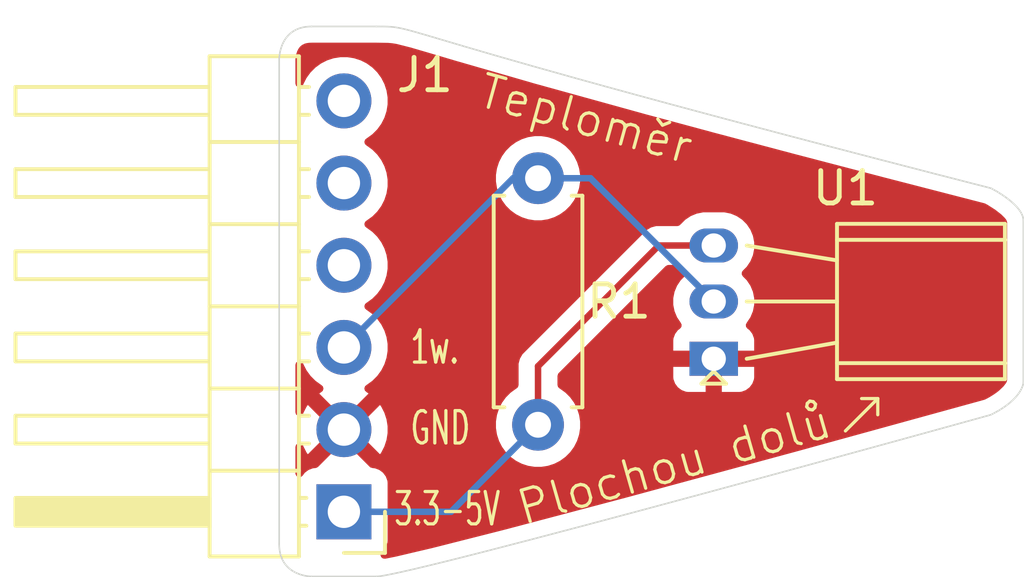
<source format=kicad_pcb>
(kicad_pcb (version 20241229) (generator "pcbnew") (generator_version "9.0")
  (layers (0 "F.Cu" signal) (2 "B.Cu" signal) (13 "F.Paste" user) (15 "B.Paste" user) (5 "F.SilkS" user "F.Silkscreen") (7 "B.SilkS" user "B.Silkscreen") (1 "F.Mask" user) (3 "B.Mask" user) (25 "Edge.Cuts" user))
  (net 0 "")
  (net 1 "VDD")
  (net 2 "GND")
  (net 3 "1wire")
  (footprint "Connector_PinHeader_2.54mm:PinHeader_1x06_P2.54mm_Horizontal" (layer "F.Cu") (at 140.5 116.5 180)
    (property "Reference" "J1" (at -2.5 13.5 180) (layer "F.SilkS"))
    (property "Value" "Conn_01x06_Pin")
    (fp_line (start 10.15 13.13) (end 4.15 13.13) (stroke (width 0.12)) (layer "F.SilkS"))
    (fp_line (start 10.15 12.27) (end 10.15 13.13) (stroke (width 0.12)) (layer "F.SilkS"))
    (fp_line (start 10.15 10.59) (end 4.15 10.59) (stroke (width 0.12)) (layer "F.SilkS"))
    (fp_line (start 10.15 9.73) (end 10.15 10.59) (stroke (width 0.12)) (layer "F.SilkS"))
    (fp_line (start 10.15 8.05) (end 4.15 8.05) (stroke (width 0.12)) (layer "F.SilkS"))
    (fp_line (start 10.15 7.19) (end 10.15 8.05) (stroke (width 0.12)) (layer "F.SilkS"))
    (fp_line (start 10.15 5.51) (end 4.15 5.51) (stroke (width 0.12)) (layer "F.SilkS"))
    (fp_line (start 10.15 4.65) (end 10.15 5.51) (stroke (width 0.12)) (layer "F.SilkS"))
    (fp_line (start 10.15 2.97) (end 4.15 2.97) (stroke (width 0.12)) (layer "F.SilkS"))
    (fp_line (start 10.15 2.11) (end 10.15 2.97) (stroke (width 0.12)) (layer "F.SilkS"))
    (fp_line (start 4.15 14.08) (end 4.15 -1.38) (stroke (width 0.12)) (layer "F.SilkS"))
    (fp_line (start 4.15 12.27) (end 10.15 12.27) (stroke (width 0.12)) (layer "F.SilkS"))
    (fp_line (start 4.15 9.73) (end 10.15 9.73) (stroke (width 0.12)) (layer "F.SilkS"))
    (fp_line (start 4.15 7.19) (end 10.15 7.19) (stroke (width 0.12)) (layer "F.SilkS"))
    (fp_line (start 4.15 4.65) (end 10.15 4.65) (stroke (width 0.12)) (layer "F.SilkS"))
    (fp_line (start 4.15 2.11) (end 10.15 2.11) (stroke (width 0.12)) (layer "F.SilkS"))
    (fp_line (start 4.15 -1.38) (end 1.39 -1.38) (stroke (width 0.12)) (layer "F.SilkS"))
    (fp_line (start 1.39 14.08) (end 4.15 14.08) (stroke (width 0.12)) (layer "F.SilkS"))
    (fp_line (start 1.39 11.43) (end 4.15 11.43) (stroke (width 0.12)) (layer "F.SilkS"))
    (fp_line (start 1.39 8.89) (end 4.15 8.89) (stroke (width 0.12)) (layer "F.SilkS"))
    (fp_line (start 1.39 6.35) (end 4.15 6.35) (stroke (width 0.12)) (layer "F.SilkS"))
    (fp_line (start 1.39 3.81) (end 4.15 3.81) (stroke (width 0.12)) (layer "F.SilkS"))
    (fp_line (start 1.39 1.27) (end 4.15 1.27) (stroke (width 0.12)) (layer "F.SilkS"))
    (fp_line (start 1.39 -1.38) (end 1.39 14.08) (stroke (width 0.12)) (layer "F.SilkS"))
    (fp_line (start 1.16 0.43) (end 1.39 0.43) (stroke (width 0.12)) (layer "F.SilkS"))
    (fp_line (start 1.16 -0.43) (end 1.39 -0.43) (stroke (width 0.12)) (layer "F.SilkS"))
    (fp_line (start 1.077358 13.13) (end 1.39 13.13) (stroke (width 0.12)) (layer "F.SilkS"))
    (fp_line (start 1.077358 12.27) (end 1.39 12.27) (stroke (width 0.12)) (layer "F.SilkS"))
    (fp_line (start 1.077358 10.59) (end 1.39 10.59) (stroke (width 0.12)) (layer "F.SilkS"))
    (fp_line (start 1.077358 9.73) (end 1.39 9.73) (stroke (width 0.12)) (layer "F.SilkS"))
    (fp_line (start 1.077358 8.05) (end 1.39 8.05) (stroke (width 0.12)) (layer "F.SilkS"))
    (fp_line (start 1.077358 7.19) (end 1.39 7.19) (stroke (width 0.12)) (layer "F.SilkS"))
    (fp_line (start 1.077358 5.51) (end 1.39 5.51) (stroke (width 0.12)) (layer "F.SilkS"))
    (fp_line (start 1.077358 4.65) (end 1.39 4.65) (stroke (width 0.12)) (layer "F.SilkS"))
    (fp_line (start 1.077358 2.97) (end 1.39 2.97) (stroke (width 0.12)) (layer "F.SilkS"))
    (fp_line (start 1.077358 2.11) (end 1.39 2.11) (stroke (width 0.12)) (layer "F.SilkS"))
    (fp_line (start -1.27 0) (end -1.27 -1.27) (stroke (width 0.12)) (layer "F.SilkS"))
    (fp_line (start -1.27 -1.27) (end 0 -1.27) (stroke (width 0.12)) (layer "F.SilkS"))
    (fp_rect (start 4.15 -0.43) (end 10.15 0.43) (stroke (width 0.12)) (fill yes) (layer "F.SilkS"))
    (pad "1" thru_hole rect (at 0 0 180) (size 1.7 1.7) (drill 1) (layers "*.Cu" "*.Mask") (net 1 "VDD"))
    (pad "2" thru_hole circle (at 0 2.54 180) (size 1.7 1.7) (drill 1) (layers "*.Cu" "*.Mask") (net 2 "GND"))
    (pad "3" thru_hole circle (at 0 5.08 180) (size 1.7 1.7) (drill 1) (layers "*.Cu" "*.Mask") (net 3 "1wire"))
    (pad "4" thru_hole circle (at 0 7.62 180) (size 1.7 1.7) (drill 1) (layers "*.Cu" "*.Mask"))
    (pad "5" thru_hole circle (at 0 10.16 180) (size 1.7 1.7) (drill 1) (layers "*.Cu" "*.Mask"))
    (pad "6" thru_hole circle (at 0 12.7 180) (size 1.7 1.7) (drill 1) (layers "*.Cu" "*.Mask"))
  )
  (footprint "Package_TO_SOT_THT:TO-92_Inline_W4.0mm_Horizontal_FlatSideDown" (layer "F.Cu") (at 151.93 111.27 90)
    (property "Reference" "U1" (at 4.77 4.07 180) (layer "F.SilkS"))
    (property "Value" "DS18B20")
    (fp_line (start -1.27 -0.381) (end -1.27 0.381) (stroke (width 0.12)) (layer "F.SilkS"))
    (fp_line (start -0.889 0) (end -1.27 -0.381) (stroke (width 0.12)) (layer "F.SilkS"))
    (fp_line (start -1.27 0.381) (end -0.889 0) (stroke (width 0.12)) (layer "F.SilkS"))
    (fp_line (start 3 1.02) (end 2.54 3.81) (stroke (width 0.12)) (layer "F.SilkS"))
    (fp_line (start 1.27 1.02) (end 1.27 3.81) (stroke (width 0.12)) (layer "F.SilkS"))
    (fp_line (start -0.5 1.02) (end 0 3.81) (stroke (width 0.12)) (layer "F.SilkS"))
    (fp_line (start 3.67 3.81) (end 3.67 9) (stroke (width 0.12)) (layer "F.SilkS"))
    (fp_line (start 3.175 3.81) (end 3.175 9.017) (stroke (width 0.12)) (layer "F.SilkS"))
    (fp_line (start -0.635 3.81) (end -0.635 9.017) (stroke (width 0.12)) (layer "F.SilkS"))
    (fp_line (start -1.13 3.81) (end 3.67 3.81) (stroke (width 0.12)) (layer "F.SilkS"))
    (fp_line (start 3.67 9) (end -1.13 9) (stroke (width 0.12)) (layer "F.SilkS"))
    (fp_line (start -1.13 9) (end -1.13 3.81) (stroke (width 0.12)) (layer "F.SilkS"))
    (pad "1" thru_hole rect (at -0.5 0 90) (size 1.05 1.5) (drill 0.75) (layers "*.Cu" "*.Mask") (net 2 "GND"))
    (pad "2" thru_hole oval (at 1.27 0 90) (size 1.05 1.5) (drill 0.75) (layers "*.Cu" "*.Mask") (net 3 "1wire"))
    (pad "3" thru_hole oval (at 3 0 90) (size 1.05 1.5) (drill 0.75) (layers "*.Cu" "*.Mask") (net 1 "VDD"))
  )
  (footprint "Resistor_THT:R_Axial_DIN0207_L6.3mm_D2.5mm_P7.62mm_Horizontal" (layer "F.Cu") (at 146.5 113.81 90)
    (property "Reference" "R1" (at 3.81 2.5 0) (layer "F.SilkS"))
    (property "Value" "4.7kR")
    (fp_line (start 7.08 -1.37) (end 7.08 -1.04) (stroke (width 0.12)) (layer "F.SilkS"))
    (fp_line (start 0.54 -1.37) (end 7.08 -1.37) (stroke (width 0.12)) (layer "F.SilkS"))
    (fp_line (start 0.54 -1.04) (end 0.54 -1.37) (stroke (width 0.12)) (layer "F.SilkS"))
    (fp_line (start 0.54 1.04) (end 0.54 1.37) (stroke (width 0.12)) (layer "F.SilkS"))
    (fp_line (start 7.08 1.37) (end 7.08 1.04) (stroke (width 0.12)) (layer "F.SilkS"))
    (fp_line (start 0.54 1.37) (end 7.08 1.37) (stroke (width 0.12)) (layer "F.SilkS"))
    (pad "1" thru_hole circle (at 0 0 90) (size 1.6 1.6) (drill 0.8) (layers "*.Cu" "*.Mask") (net 1 "VDD"))
    (pad "2" thru_hole circle (at 7.62 0 90) (size 1.6 1.6) (drill 0.8) (layers "*.Cu" "*.Mask") (net 3 "1wire"))
  )
  (gr_line (start 157 113) (end 156.5 113) (stroke (width 0.1)) (layer "F.SilkS"))
  (gr_line (start 157 113) (end 156 114) (stroke (width 0.1)) (layer "F.SilkS"))
  (gr_line (start 157 113) (end 157 113.5) (stroke (width 0.1)) (layer "F.SilkS"))
  (gr_curve (pts (xy 160.5 113.5) (xy 161.5 113) (xy 161.5 112.5) (xy 161.5 112.5)) (stroke (width 0.05)) (layer "Edge.Cuts"))
  (gr_curve (pts (xy 160.5 106.5) (xy 160.5 106.5) (xy 160.5 106.5) (xy 160.5 106.5)) (stroke (width 0.05)) (layer "Edge.Cuts"))
  (gr_curve (pts (xy 138.5 117.5) (xy 138.5 118.5) (xy 139.5 118.5) (xy 139.5 118.5)) (stroke (width 0.05)) (layer "Edge.Cuts"))
  (gr_curve (pts (xy 161.5 112.5) (xy 161.5 107.5) (xy 161.5 107.5) (xy 161.5 107.5)) (stroke (width 0.05)) (layer "Edge.Cuts"))
  (gr_curve (pts (xy 141.5 101.5) (xy 140 101.5) (xy 139.5 101.5) (xy 139.5 101.5)) (stroke (width 0.05)) (layer "Edge.Cuts"))
  (gr_curve (pts (xy 141.5 118.5) (xy 142.5 118.5) (xy 160.5 113.5) (xy 160.5 113.5)) (stroke (width 0.05)) (layer "Edge.Cuts"))
  (gr_curve (pts (xy 161.5 107.5) (xy 161.5 107) (xy 160.5 106.5) (xy 160.5 106.5)) (stroke (width 0.05)) (layer "Edge.Cuts"))
  (gr_curve (pts (xy 139.5 101.5) (xy 138.5 101.5) (xy 138.5 102.5) (xy 138.5 102.5)) (stroke (width 0.05)) (layer "Edge.Cuts"))
  (gr_curve (pts (xy 160.5 106.5) (xy 141 101.5) (xy 143 101.5) (xy 141.5 101.5)) (stroke (width 0.05)) (layer "Edge.Cuts"))
  (gr_curve (pts (xy 139.5 118.5) (xy 139.5 118.5) (xy 141.5 118.5) (xy 141.5 118.5)) (stroke (width 0.05)) (layer "Edge.Cuts"))
  (gr_curve (pts (xy 138.5 102.5) (xy 138.5 102.5) (xy 138.5 117.5) (xy 138.5 117.5)) (stroke (width 0.05)) (layer "Edge.Cuts"))
  (gr_text "GND" (at 142.5 114.5 0) (layer "F.SilkS") (effects (font (size 1 0.6) (thickness 0.1)) (justify left bottom)))
  (gr_text "3.3-5V" (at 142 117 0) (layer "F.SilkS") (effects (font (size 1 0.6) (thickness 0.1)) (justify left bottom)))
  (gr_text "1w." (at 142.5 112 0) (layer "F.SilkS") (effects (font (size 1 0.6) (thickness 0.1)) (justify left bottom)))
  (gr_text "Plochou dolů" (at 146 117 16) (layer "F.SilkS") (effects (font (size 1 1) (thickness 0.1)) (justify left bottom)))
  (gr_text "Teploměr" (at 144.5 104 344.5) (layer "F.SilkS") (effects (font (size 1 1) (thickness 0.1)) (justify left bottom)))
  (segment (start 146.5 113.81) (end 146.5 112) (width 0.2) (layer "F.Cu") (net 1))
  (segment (start 146.5 112) (end 150.23 108.27) (width 0.2) (layer "F.Cu") (net 1))
  (segment (start 150.23 108.27) (end 151.93 108.27) (width 0.2) (layer "F.Cu") (net 1))
  (segment (start 140.5 116.5) (end 143.81 116.5) (width 0.2) (layer "B.Cu") (net 1))
  (segment (start 143.81 116.5) (end 146.5 113.81) (width 0.2) (layer "B.Cu") (net 1))
  (segment (start 145.73 106.19) (end 146.5 106.19) (width 0.2) (layer "B.Cu") (net 3))
  (segment (start 148.12 106.19) (end 151.93 110) (width 0.2) (layer "B.Cu") (net 3))
  (segment (start 146.5 106.19) (end 148.12 106.19) (width 0.2) (layer "B.Cu") (net 3))
  (segment (start 140.5 111.42) (end 145.73 106.19) (width 0.2) (layer "B.Cu") (net 3))
  (zone (net 2) (net_name "GND") (layer "F.Cu") (connect_pads (clearance 0.5)) (min_thickness 0.25) (fill yes (thermal_gap 0.5) (thermal_bridge_width 0.5))
    (polygon (pts (xy 138.5 101.5) (xy 138.5 118.5) (xy 161.5 118.5) (xy 161.5 101.5)))
  )
)
</source>
